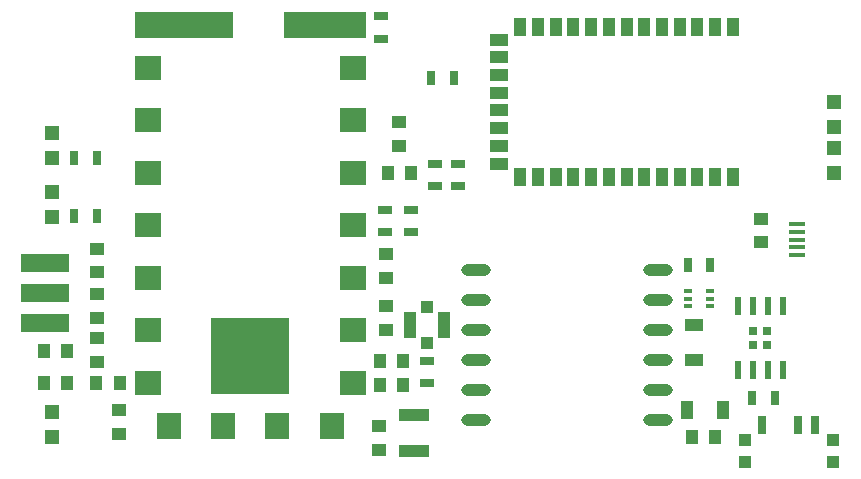
<source format=gbr>
G04 #@! TF.FileFunction,Paste,Top*
%FSLAX46Y46*%
G04 Gerber Fmt 4.6, Leading zero omitted, Abs format (unit mm)*
G04 Created by KiCad (PCBNEW 4.0.5-e0-6337~49~ubuntu14.04.1) date Mon Feb 13 23:28:40 2017*
%MOMM*%
%LPD*%
G01*
G04 APERTURE LIST*
%ADD10C,0.150000*%
%ADD11R,1.250000X1.000000*%
%ADD12R,2.500000X1.000000*%
%ADD13R,1.000000X1.250000*%
%ADD14R,1.198880X1.198880*%
%ADD15R,0.800000X1.500000*%
%ADD16R,1.000000X1.000000*%
%ADD17R,1.100000X1.000000*%
%ADD18R,1.350000X0.400000*%
%ADD19R,0.700000X1.300000*%
%ADD20R,1.300000X0.700000*%
%ADD21R,1.000000X1.500000*%
%ADD22R,1.500000X1.000000*%
%ADD23R,0.600000X1.550000*%
%ADD24R,0.705000X0.705000*%
%ADD25R,1.600000X1.000000*%
%ADD26R,1.000000X1.600000*%
%ADD27O,2.500000X1.000000*%
%ADD28R,0.749300X0.398780*%
%ADD29R,1.000000X1.050000*%
%ADD30R,1.050000X2.200000*%
%ADD31R,4.064000X1.524000*%
%ADD32R,2.200000X2.000000*%
%ADD33R,2.000000X2.200000*%
%ADD34R,7.000000X2.200000*%
%ADD35R,8.400000X2.200000*%
%ADD36R,6.600000X6.500000*%
G04 APERTURE END LIST*
D10*
D11*
X145211800Y-94522800D03*
X145211800Y-92522800D03*
X143535400Y-118278400D03*
X143535400Y-120278400D03*
D12*
X146481800Y-117372000D03*
X146481800Y-120372000D03*
D11*
X121526300Y-116906800D03*
X121526300Y-118906800D03*
D13*
X117128800Y-114604800D03*
X115128800Y-114604800D03*
X117128800Y-111937800D03*
X115128800Y-111937800D03*
D11*
X119684800Y-105254300D03*
X119684800Y-103254300D03*
D14*
X115874800Y-100540820D03*
X115874800Y-98442780D03*
X182041800Y-94759780D03*
X182041800Y-96857820D03*
X115874800Y-95587820D03*
X115874800Y-93489780D03*
X182041800Y-92920820D03*
X182041800Y-90822780D03*
D13*
X146275300Y-96824800D03*
X144275300Y-96824800D03*
D11*
X144132300Y-103698800D03*
X144132300Y-105698800D03*
X144132300Y-108143800D03*
X144132300Y-110143800D03*
D15*
X175981800Y-118183300D03*
X178981800Y-118183300D03*
X180481800Y-118183300D03*
D16*
X174531800Y-119483300D03*
X181931800Y-119483300D03*
D17*
X174531800Y-121283300D03*
D16*
X181931800Y-121283300D03*
D13*
X121573800Y-114604800D03*
X119573800Y-114604800D03*
D11*
X119684800Y-112810800D03*
X119684800Y-110810800D03*
X119684800Y-109127800D03*
X119684800Y-107127800D03*
D18*
X178891760Y-103777200D03*
X178891760Y-103127200D03*
X178891760Y-102477200D03*
X178891760Y-101827200D03*
X178891760Y-101177200D03*
D19*
X147944800Y-88823800D03*
X149844800Y-88823800D03*
D20*
X143687800Y-83555800D03*
X143687800Y-85455800D03*
X146227800Y-101838800D03*
X146227800Y-99938800D03*
X144068800Y-99938800D03*
X144068800Y-101838800D03*
D19*
X119618800Y-100507800D03*
X117718800Y-100507800D03*
D20*
X148259800Y-96065300D03*
X148259800Y-97965300D03*
D19*
X177022800Y-115874800D03*
X175122800Y-115874800D03*
X119618800Y-95554800D03*
X117718800Y-95554800D03*
D21*
X173498800Y-84442300D03*
X171998800Y-84442300D03*
X170498800Y-84442300D03*
X168998800Y-84442300D03*
X167498800Y-84442300D03*
X165998800Y-84442300D03*
X164498800Y-84442300D03*
X162998800Y-84442300D03*
X161498800Y-84442300D03*
X159998800Y-84442300D03*
X158498800Y-84442300D03*
X156998800Y-84442300D03*
X155498800Y-84442300D03*
X155498800Y-97142300D03*
X156998800Y-97142300D03*
X158498800Y-97142300D03*
X159998800Y-97142300D03*
X161498800Y-97142300D03*
X162998800Y-97142300D03*
X164498800Y-97142300D03*
X165998800Y-97142300D03*
X167498800Y-97142300D03*
X168998800Y-97142300D03*
X170498800Y-97142300D03*
X171998800Y-97142300D03*
X173498800Y-97142300D03*
D22*
X153698800Y-85542300D03*
X153698800Y-87042300D03*
X153698800Y-88542300D03*
X153698800Y-90042300D03*
X153698800Y-91542300D03*
X153698800Y-93042300D03*
X153698800Y-94542300D03*
X153698800Y-96042300D03*
D23*
X173913800Y-113494800D03*
X175183800Y-113494800D03*
X176453800Y-113494800D03*
X177723800Y-113494800D03*
X177723800Y-108094800D03*
X176453800Y-108094800D03*
X175183800Y-108094800D03*
X173913800Y-108094800D03*
D24*
X176406300Y-110207300D03*
X175231300Y-110207300D03*
X176406300Y-111382300D03*
X175231300Y-111382300D03*
D20*
X150228300Y-96065300D03*
X150228300Y-97965300D03*
D25*
X170230800Y-109675800D03*
X170230800Y-112675800D03*
D13*
X171992800Y-119176800D03*
X169992800Y-119176800D03*
D26*
X172619800Y-116890800D03*
X169619800Y-116890800D03*
D14*
X115874800Y-117060980D03*
X115874800Y-119159020D03*
D27*
X151714200Y-105054400D03*
X151714200Y-107594400D03*
X151714200Y-110134400D03*
X151714200Y-112674400D03*
X151714200Y-115214400D03*
X151714200Y-117756800D03*
X167182800Y-117782200D03*
X167182800Y-115239800D03*
X167182800Y-112699800D03*
X167182800Y-110159800D03*
X167182800Y-107619800D03*
X167182800Y-105079800D03*
D19*
X169661800Y-104648000D03*
X171561800Y-104648000D03*
D28*
X169661840Y-106842560D03*
X169661840Y-107492800D03*
X169661840Y-108143040D03*
X171561760Y-108143040D03*
X171561760Y-107492800D03*
X171561760Y-106842560D03*
D11*
X175882300Y-102714300D03*
X175882300Y-100714300D03*
D13*
X145602200Y-112776000D03*
X143602200Y-112776000D03*
X145602200Y-114808000D03*
X143602200Y-114808000D03*
D29*
X147599400Y-108152200D03*
X147599400Y-111202200D03*
D30*
X149074400Y-109677200D03*
X146124400Y-109677200D03*
D20*
X147599400Y-114640400D03*
X147599400Y-112740400D03*
D31*
X115214400Y-107022900D03*
X115214400Y-104482900D03*
X115214400Y-109562900D03*
D32*
X141338800Y-114619800D03*
X141338800Y-110169800D03*
X141338800Y-105719800D03*
X141338800Y-101269800D03*
X141338800Y-96819800D03*
X141338800Y-92369800D03*
X141338800Y-87919800D03*
X123938800Y-114619800D03*
X123938800Y-110169800D03*
X123938800Y-105719800D03*
X123938800Y-101269800D03*
X123938800Y-96819800D03*
X123938800Y-92369800D03*
X123938800Y-87919800D03*
D33*
X139538800Y-118269800D03*
X134938800Y-118269800D03*
X130338800Y-118269800D03*
X125738800Y-118269800D03*
D34*
X138938800Y-84269800D03*
D35*
X127038800Y-84269800D03*
D36*
X132638800Y-112369800D03*
M02*

</source>
